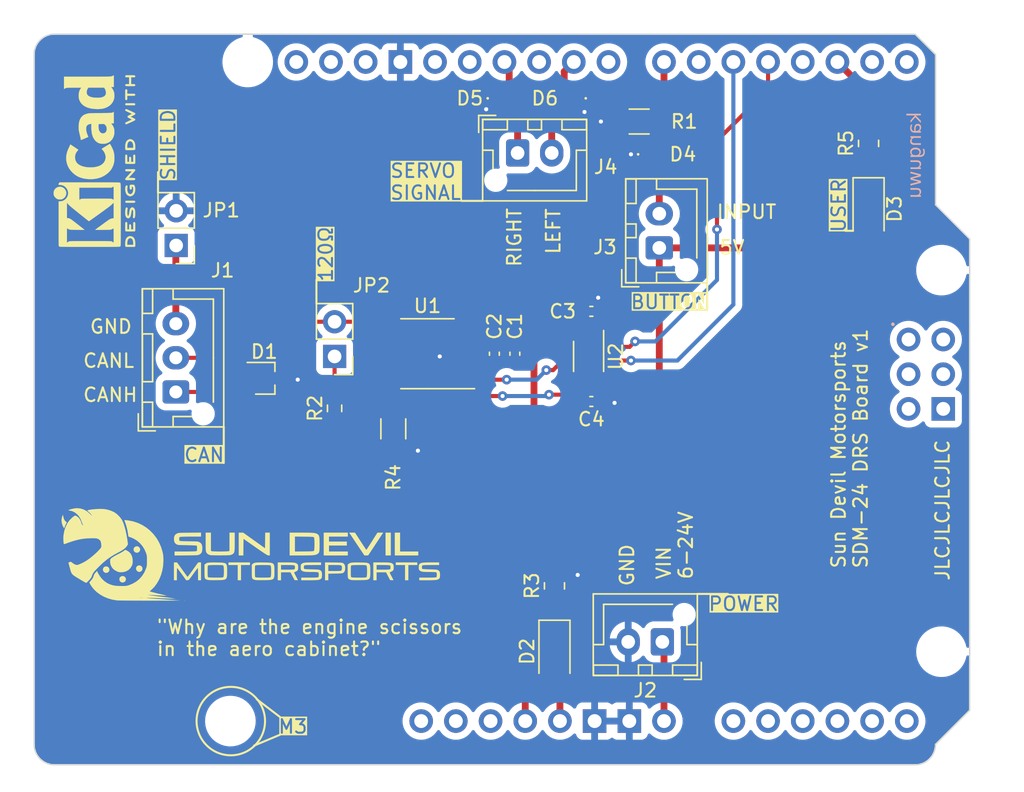
<source format=kicad_pcb>
(kicad_pcb (version 20221018) (generator pcbnew)
  (title_block (title "DRS Control Board") (date "2023-11-21") (rev "v1"))
  (layers (0 "F.Cu" signal) (31 "B.Cu" signal) (34 "B.Paste" user) (35 "F.Paste" user) (36 "B.SilkS" user "B.Silkscreen") (37 "F.SilkS" user "F.Silkscreen") (38 "B.Mask" user) (39 "F.Mask" user) (44 "Edge.Cuts" user))
  (net 0 "")
  (net 12 "/USR_LED")
  (net 14 "/CTX_5V")
  (net 15 "/CRX_5V")
  (net 17 "/BTN_INPUT")
  (net 19 "/SERVO_LEFT")
  (net 21 "/SERVO_RIGHT")
  (net 33 "VCC")
  (net 34 "GND")
  (net 35 "+3.3V")
  (net 37 "/CANL")
  (net 38 "/CANH")
  (net 39 "/CAN_Rs")
  (net 40 "+5V")
  (net 41 "/CTX_3V3")
  (net 42 "/CRX_3V3")
  (net 43 "/BUS_TERMINATION")
  (net 44 "/PWR_LED")
  (net 45 "/USR_LED_RSTR")
  (net 46 "/SHIELD")
  (footprint "Connector_JST:JST_XH_B2B-XH-AM_1x02_P2.50mm_Vertical" (layer "F.Cu") (at 160.275 85.15 90)
    (fp_text reference "J3" (at 0.05 -3.975 180) (layer "F.SilkS"))
    (fp_text value "BUTTON")
    (pad "" np_thru_hole circle (at -1.6 2 90) (size 1.2 1.2) (drill 1.2) (layers "*.Cu" "*.Mask"))
    (pad "1" thru_hole roundrect (at 0 0 90) (size 1.7 2) (drill 1) (layers "*.Cu" "*.Mask") (roundrect_rratio 0.147059) (net 40 "+5V"))
    (pad "2" thru_hole oval (at 2.5 0 90) (size 1.7 2) (drill 1) (layers "*.Cu" "*.Mask") (net 17 "/BTN_INPUT"))
  )
  (footprint "Resistor_SMD:R_1206_3216Metric" (layer "F.Cu") (at 158.8 75.9 180)
    (fp_text reference "R1" (at -3.3 0 180) (layer "F.SilkS"))
    (fp_text value "10k")
    (pad "1" smd roundrect (at -1.4625 0 180) (size 1.125 1.75) (layers "F.Cu" "F.Paste" "F.Mask") (roundrect_rratio 0.222222) (net 17 "/BTN_INPUT"))
    (pad "2" smd roundrect (at 1.4625 0 180) (size 1.125 1.75) (layers "F.Cu" "F.Paste" "F.Mask") (roundrect_rratio 0.222222) (net 34 "GND"))
  )
  (footprint "Resistor_SMD:R_0603_1608Metric" (layer "F.Cu") (at 136.5 96.9 90)
    (fp_text reference "R2" (at 0 -1.43 90) (layer "F.SilkS"))
    (fp_text value "120")
    (pad "1" smd roundrect (at -0.825 0 90) (size 0.8 0.95) (layers "F.Cu" "F.Paste" "F.Mask") (net 38 "/CANH"))
    (pad "2" smd roundrect (at 0.825 0 90) (size 0.8 0.95) (layers "F.Cu" "F.Paste" "F.Mask") (net 43 "/BUS_TERMINATION"))
  )
  (footprint "Capacitor_SMD:C_0402_1005Metric" (layer "F.Cu") (at 149.7 92.9 -90)
    (fp_text reference "C1" (at -2 0 -90) (layer "F.SilkS"))
    (fp_text value "100nF")
    (pad "1" smd roundrect (at -0.48 0 270) (size 0.56 0.62) (layers "F.Cu" "F.Paste" "F.Mask") (net 35 "+3.3V"))
    (pad "2" smd roundrect (at 0.48 0 270) (size 0.56 0.62) (layers "F.Cu" "F.Paste" "F.Mask") (net 34 "GND"))
  )
  (footprint "Capacitor_SMD:C_0402_1005Metric" (layer "F.Cu") (at 155.3 89.8)
    (fp_text reference "C3" (at -2.1 0) (layer "F.SilkS"))
    (fp_text value "100nF")
    (pad "1" smd roundrect (at -0.48 0) (size 0.56 0.62) (layers "F.Cu" "F.Paste" "F.Mask") (net 35 "+3.3V"))
    (pad "2" smd roundrect (at 0.48 0) (size 0.56 0.62) (layers "F.Cu" "F.Paste" "F.Mask") (net 34 "GND"))
  )
  (footprint "Connector_PinHeader_2.54mm:PinHeader_1x02_P2.54mm_Vertical" (layer "F.Cu") (at 136.5 93.1 180)
    (fp_text reference "JP2" (at -2.7 5.2) (layer "F.SilkS"))
    (fp_text value "CAN")
    (pad "1" thru_hole rect (at 0 0 180) (size 1.7 1.7) (drill 1) (layers "*.Cu" "*.Mask") (net 43 "/BUS_TERMINATION"))
    (pad "2" thru_hole oval (at 0 2.54 180) (size 1.7 1.7) (drill 1) (layers "*.Cu" "*.Mask") (net 37 "/CANL"))
  )
  (footprint "Capacitor_SMD:C_0402_1005Metric" (layer "F.Cu") (at 148.2 92.9 -90)
    (fp_text reference "C2" (at -2 0 -90) (layer "F.SilkS"))
    (fp_text value "100nF")
    (pad "1" smd roundrect (at -0.48 0 270) (size 0.56 0.62) (layers "F.Cu" "F.Paste" "F.Mask") (net 35 "+3.3V"))
    (pad "2" smd roundrect (at 0.48 0 270) (size 0.56 0.62) (layers "F.Cu" "F.Paste" "F.Mask") (net 34 "GND"))
  )
  (footprint "Resistor_SMD:R_0805_2012Metric" (layer "F.Cu") (at 152.6 109.9 90)
    (fp_text reference "R3" (at 0 -1.65 90) (layer "F.SilkS"))
    (fp_text value "220")
    (pad "1" smd roundrect (at -0.9125 0 90) (size 1.025 1.4) (layers "F.Cu" "F.Paste" "F.Mask") (roundrect_rratio 0.243902) (net 44 "/PWR_LED"))
    (pad "2" smd roundrect (at 0.9125 0 90) (size 1.025 1.4) (layers "F.Cu" "F.Paste" "F.Mask") (roundrect_rratio 0.243902) (net 34 "GND"))
  )
  (footprint "Resistor_SMD:R_0805_2012Metric" (layer "F.Cu") (at 175.6 77.5 90)
    (fp_text reference "R5" (at 0 -1.65 90) (layer "F.SilkS"))
    (fp_text value "220")
    (pad "1" smd roundrect (at -0.9125 0 90) (size 1.025 1.4) (layers "F.Cu" "F.Paste" "F.Mask") (roundrect_rratio 0.243902) (net 45 "/USR_LED_RSTR"))
    (pad "2" smd roundrect (at 0.9125 0 90) (size 1.025 1.4) (layers "F.Cu" "F.Paste" "F.Mask") (roundrect_rratio 0.243902) (net 12 "/USR_LED"))
  )
  (footprint "Resistor_SMD:R_1206_3216Metric" (layer "F.Cu") (at 140.8 98.4 -90)
    (fp_text reference "R4" (at 3.5625 0 90) (layer "F.SilkS"))
    (fp_text value "10k")
    (pad "1" smd roundrect (at -1.4625 0 270) (size 1.125 1.75) (layers "F.Cu" "F.Paste" "F.Mask") (roundrect_rratio 0.222222) (net 39 "/CAN_Rs"))
    (pad "2" smd roundrect (at 1.4625 0 270) (size 1.125 1.75) (layers "F.Cu" "F.Paste" "F.Mask") (roundrect_rratio 0.222222) (net 34 "GND"))
  )
  (footprint "Connector_PinHeader_2.54mm:PinHeader_1x02_P2.54mm_Vertical" (layer "F.Cu") (at 124.9 84.975 180)
    (fp_text reference "JP1" (at -3.3 2.575) (layer "F.SilkS"))
    (fp_text value "Shield")
    (pad "1" thru_hole rect (at 0 0 180) (size 1.7 1.7) (drill 1) (layers "*.Cu" "*.Mask") (net 46 "/SHIELD"))
    (pad "2" thru_hole oval (at 0 2.54 180) (size 1.7 1.7) (drill 1) (layers "*.Cu" "*.Mask") (net 34 "GND"))
  )
  (footprint "Capacitor_SMD:C_0402_1005Metric" (layer "F.Cu") (at 155.3 96.4)
    (fp_text reference "C4" (at 0 1.3) (layer "F.SilkS"))
    (fp_text value "100nF")
    (pad "1" smd roundrect (at -0.48 0) (size 0.56 0.62) (layers "F.Cu" "F.Paste" "F.Mask") (net 40 "+5V"))
    (pad "2" smd roundrect (at 0.48 0) (size 0.56 0.62) (layers "F.Cu" "F.Paste" "F.Mask") (net 34 "GND"))
  )
  (footprint "LED_SMD:LED_1206_3216Metric" (layer "F.Cu") (at 175.6 82.3 -90)
    (fp_text reference "D3" (at 0 -1.9 90) (layer "F.SilkS"))
    (fp_text value "RED")
    (pad "1" smd roundrect (at -1.4 0 270) (size 1.25 1.75) (layers "F.Cu" "F.Paste" "F.Mask") (roundrect_rratio 0.2) (net 45 "/USR_LED_RSTR"))
    (pad "2" smd roundrect (at 1.4 0 270) (size 1.25 1.75) (layers "F.Cu" "F.Paste" "F.Mask") (roundrect_rratio 0.2) (net 40 "+5V"))
  )
  (footprint "Connector_JST:JST_XH_B2B-XH-AM_1x02_P2.50mm_Vertical" (layer "F.Cu") (at 149.9 78.2)
    (fp_text reference "J4" (at 6.45 1.025) (layer "F.SilkS"))
    (fp_text value "SERVO")
    (pad "" np_thru_hole circle (at -1.6 2) (size 1.2 1.2) (drill 1.2) (layers "*.Cu" "*.Mask"))
    (pad "1" thru_hole roundrect (at 0 0) (size 1.7 2) (drill 1) (layers "*.Cu" "*.Mask") (roundrect_rratio 0.147059) (net 21 "/SERVO_RIGHT"))
    (pad "2" thru_hole oval (at 2.5 0) (size 1.7 2) (drill 1) (layers "*.Cu" "*.Mask") (net 19 "/SERVO_LEFT"))
  )
  (footprint "Diode_SMD:D_0402_1005Metric" (layer "F.Cu") (at 153.8 74.2 180)
    (fp_text reference "D6" (at 1.9 0) (layer "F.SilkS"))
    (fp_text value "GG040205170N2P")
    (pad "1" smd roundrect (at -0.485 0 180) (size 0.59 0.64) (layers "F.Cu" "F.Paste" "F.Mask") (net 34 "GND"))
    (pad "2" smd roundrect (at 0.485 0 180) (size 0.59 0.64) (layers "F.Cu" "F.Paste" "F.Mask") (net 19 "/SERVO_LEFT"))
  )
  (footprint "PCM_arduino-library:Arduino_Uno_R4_Minima_Shield" (layer "F.Cu") (at 114.9 122.34)
    (fp_text reference "A1" hide)
    (fp_text value "Arduino_Uno_R4_Minima_Shield")
    (fp_text user "." (at 62.484 -32.004) (layer "B.SilkS"))
    (fp_text user "." (at 62.484 -32.004) (layer "F.SilkS"))
    (pad "" np_thru_hole circle (at 13.97 -2.54) (size 3.2 3.2) (drill 3.2) (layers "*.Cu" "*.Mask"))
    (pad "" np_thru_hole circle (at 15.24 -50.8) (size 3.2 3.2) (drill 3.2) (layers "*.Cu" "*.Mask"))
    (pad "" np_thru_hole circle (at 66.04 -35.56) (size 3.2 3.2) (drill 3.2) (layers "*.Cu" "*.Mask"))
    (pad "" np_thru_hole circle (at 66.04 -7.62) (size 3.2 3.2) (drill 3.2) (layers "*.Cu" "*.Mask"))
    (pad "3V3" thru_hole oval (at 35.56 -2.54) (size 1.7272 1.7272) (drill 1.016) (layers "*.Cu" "*.Mask") (net 35 "+3.3V"))
    (pad "5V1" thru_hole oval (at 38.1 -2.54) (size 1.7272 1.7272) (drill 1.016) (layers "*.Cu" "*.Mask") (net 40 "+5V"))
    (pad "5V2" thru_hole oval (at 66.167 -30.48) (size 1.7272 1.7272) (drill 1.016) (layers "*.Cu" "*.Mask"))
    (pad "A0" thru_hole oval (at 50.8 -2.54) (size 1.7272 1.7272) (drill 1.016) (layers "*.Cu" "*.Mask"))
    (pad "A1" thru_hole oval (at 53.34 -2.54) (size 1.7272 1.7272) (drill 1.016) (layers "*.Cu" "*.Mask"))
    (pad "A2" thru_hole oval (at 55.88 -2.54) (size 1.7272 1.7272) (drill 1.016) (layers "*.Cu" "*.Mask"))
    (pad "A3" thru_hole oval (at 58.42 -2.54) (size 1.7272 1.7272) (drill 1.016) (layers "*.Cu" "*.Mask"))
    (pad "A4" thru_hole oval (at 60.96 -2.54) (size 1.7272 1.7272) (drill 1.016) (layers "*.Cu" "*.Mask"))
    (pad "A5" thru_hole oval (at 63.5 -2.54) (size 1.7272 1.7272) (drill 1.016) (layers "*.Cu" "*.Mask"))
    (pad "AREF" thru_hole oval (at 23.876 -50.8) (size 1.7272 1.7272) (drill 1.016) (layers "*.Cu" "*.Mask"))
    (pad "BOOT" thru_hole oval (at 27.94 -2.54) (size 1.7272 1.7272) (drill 1.016) (layers "*.Cu" "*.Mask"))
    (pad "D0" thru_hole oval (at 63.5 -50.8) (size 1.7272 1.7272) (drill 1.016) (layers "*.Cu" "*.Mask"))
    (pad "D1" thru_hole oval (at 60.96 -50.8) (size 1.7272 1.7272) (drill 1.016) (layers "*.Cu" "*.Mask"))
    (pad "D2" thru_hole oval (at 58.42 -50.8) (size 1.7272 1.7272) (drill 1.016) (layers "*.Cu" "*.Mask") (net 12 "/USR_LED"))
    (pad "D3" thru_hole oval (at 55.88 -50.8) (size 1.7272 1.7272) (drill 1.016) (layers "*.Cu" "*.Mask"))
    (pad "D4" thru_hole oval (at 53.34 -50.8) (size 1.7272 1.7272) (drill 1.016) (layers "*.Cu" "*.Mask") (net 14 "/CTX_5V"))
    (pad "D5" thru_hole oval (at 50.8 -50.8) (size 1.7272 1.7272) (drill 1.016) (layers "*.Cu" "*.Mask") (net 15 "/CRX_5V"))
    (pad "D6" thru_hole oval (at 48.26 -50.8) (size 1.7272 1.7272) (drill 1.016) (layers "*.Cu" "*.Mask"))
    (pad "D7" thru_hole oval (at 45.72 -50.8) (size 1.7272 1.7272) (drill 1.016) (layers "*.Cu" "*.Mask") (net 17 "/BTN_INPUT"))
    (pad "D8" thru_hole oval (at 41.656 -50.8) (size 1.7272 1.7272) (drill 1.016) (layers "*.Cu" "*.Mask"))
    (pad "D9" thru_hole oval (at 39.116 -50.8) (size 1.7272 1.7272) (drill 1.016) (layers "*.Cu" "*.Mask") (net 19 "/SERVO_LEFT"))
    (pad "D10" thru_hole oval (at 36.576 -50.8) (size 1.7272 1.7272) (drill 1.016) (layers "*.Cu" "*.Mask"))
    (pad "D11" thru_hole oval (at 34.036 -50.8) (size 1.7272 1.7272) (drill 1.016) (layers "*.Cu" "*.Mask") (net 21 "/SERVO_RIGHT"))
    (pad "D12" thru_hole oval (at 31.496 -50.8) (size 1.7272 1.7272) (drill 1.016) (layers "*.Cu" "*.Mask"))
    (pad "D13" thru_hole oval (at 28.956 -50.8) (size 1.7272 1.7272) (drill 1.016) (layers "*.Cu" "*.Mask"))
    (pad "GND1" thru_hole rect (at 26.416 -50.8) (size 1.7272 1.7272) (drill 1.016) (layers "*.Cu" "*.Mask") (net 34 "GND"))
    (pad "GND2" thru_hole rect (at 40.64 -2.54) (size 1.7272 1.7272) (drill 1.016) (layers "*.Cu" "*.Mask") (net 34 "GND"))
    (pad "GND3" thru_hole rect (at 43.18 -2.54) (size 1.7272 1.7272) (drill 1.016) (layers "*.Cu" "*.Mask") (net 34 "GND"))
    (pad "GND4" thru_hole rect (at 66.167 -25.4) (size 1.7272 1.7272) (drill 1.016) (layers "*.Cu" "*.Mask"))
    (pad "IORF" thru_hole oval (at 30.48 -2.54) (size 1.7272 1.7272) (drill 1.016) (layers "*.Cu" "*.Mask"))
    (pad "MISO" thru_hole oval (at 63.627 -30.48) (size 1.7272 1.7272) (drill 1.016) (layers "*.Cu" "*.Mask"))
    (pad "MOSI" thru_hole oval (at 66.167 -27.94) (size 1.7272 1.7272) (drill 1.016) (layers "*.Cu" "*.Mask"))
    (pad "RST1" thru_hole oval (at 33.02 -2.54) (size 1.7272 1.7272) (drill 1.016) (layers "*.Cu" "*.Mask"))
    (pad "RST2" thru_hole oval (at 63.627 -25.4) (size 1.7272 1.7272) (drill 1.016) (layers "*.Cu" "*.Mask"))
    (pad "SCK" thru_hole oval (at 63.627 -27.94) (size 1.7272 1.7272) (drill 1.016) (layers "*.Cu" "*.Mask"))
    (pad "SCL" thru_hole oval (at 18.796 -50.8) (size 1.7272 1.7272) (drill 1.016) (layers "*.Cu" "*.Mask"))
    (pad "SDA" thru_hole oval (at 21.336 -50.8) (size 1.7272 1.7272) (drill 1.016) (layers "*.Cu" "*.Mask"))
    (pad "VIN" thru_hole oval (at 45.72 -2.54) (size 1.7272 1.7272) (drill 1.016) (layers "*.Cu" "*.Mask") (net 33 "VCC"))
  )
  (footprint "Connector_JST:JST_XH_B3B-XH-AM_1x03_P2.50mm_Vertical" (layer "F.Cu") (at 124.875 95.7 90)
    (fp_text reference "J1" (at 8.9 3.425) (layer "F.SilkS"))
    (fp_text value "CAN")
    (pad "" np_thru_hole circle (at -1.6 2 90) (size 1.2 1.2) (drill 1.2) (layers "*.Cu" "*.Mask"))
    (pad "1" thru_hole roundrect (at 0 0 90) (size 1.7 1.95) (drill 0.95) (layers "*.Cu" "*.Mask") (roundrect_rratio 0.147059) (net 38 "/CANH"))
    (pad "2" thru_hole oval (at 2.5 0 90) (size 1.7 1.95) (drill 0.95) (layers "*.Cu" "*.Mask") (net 37 "/CANL"))
    (pad "3" thru_hole oval (at 5 0 90) (size 1.7 1.95) (drill 0.95) (layers "*.Cu" "*.Mask") (net 46 "/SHIELD"))
  )
  (footprint "Diode_SMD:D_0402_1005Metric" (layer "F.Cu") (at 148.8 74.2)
    (fp_text reference "D5" (at -2.4 0) (layer "F.SilkS"))
    (fp_text value "GG040205170N2P")
    (pad "1" smd roundrect (at -0.485 0) (size 0.59 0.64) (layers "F.Cu" "F.Paste" "F.Mask") (net 34 "GND"))
    (pad "2" smd roundrect (at 0.485 0) (size 0.59 0.64) (layers "F.Cu" "F.Paste" "F.Mask") (net 21 "/SERVO_RIGHT"))
  )
  (footprint "LOGO" (layer "F.Cu") (at 130.4 107.6)
    (fp_text reference "G***" hide)
    (fp_text value "LOGO" hide)
  )
  (footprint "Symbol:KiCad-Logo2_5mm_SilkScreen" (layer "F.Cu") (at 118.9 78.8 90)
    (fp_text reference "REF**" hide)
    (fp_text value "KiCad-Logo2_5mm_SilkScreen" hide)
  )
  (footprint "Package_SO:VSSOP-8_2.3x2mm_P0.5mm" (layer "F.Cu") (at 155.1 93.1 -90)
    (fp_text reference "U2" (at 0 -2 90) (layer "F.SilkS"))
    (fp_text value "TXU0202")
    (pad "1" smd rect (at -1.55 -0.75 180) (size 0.3 0.8) (layers "F.Cu" "F.Paste" "F.Mask") (net 14 "/CTX_5V"))
    (pad "2" smd rect (at -1.55 -0.25 180) (size 0.3 0.8) (layers "F.Cu" "F.Paste" "F.Mask") (net 34 "GND"))
    (pad "3" smd rect (at -1.55 0.25 180) (size 0.3 0.8) (layers "F.Cu" "F.Paste" "F.Mask") (net 35 "+3.3V"))
    (pad "4" smd rect (at -1.55 0.75 180) (size 0.3 0.8) (layers "F.Cu" "F.Paste" "F.Mask") (net 41 "/CTX_3V3"))
    (pad "5" smd rect (at 1.55 0.75 180) (size 0.3 0.8) (layers "F.Cu" "F.Paste" "F.Mask") (net 42 "/CRX_3V3"))
    (pad "6" smd rect (at 1.55 0.25 180) (size 0.3 0.8) (layers "F.Cu" "F.Paste" "F.Mask") (net 40 "+5V"))
    (pad "7" smd rect (at 1.55 -0.25 180) (size 0.3 0.8) (layers "F.Cu" "F.Paste" "F.Mask") (net 40 "+5V"))
    (pad "8" smd rect (at 1.55 -0.75 180) (size 0.3 0.8) (layers "F.Cu" "F.Paste" "F.Mask") (net 15 "/CRX_5V"))
  )
  (footprint "Diode_SMD:D_0402_1005Metric" (layer "F.Cu") (at 159.815 78.3)
    (fp_text reference "D4" (at 2.185 0) (layer "F.SilkS"))
    (fp_text value "GG040205170N2P")
    (pad "1" smd roundrect (at -0.485 0) (size 0.59 0.64) (layers "F.Cu" "F.Paste" "F.Mask") (net 34 "GND"))
    (pad "2" smd roundrect (at 0.485 0) (size 0.59 0.64) (layers "F.Cu" "F.Paste" "F.Mask") (net 17 "/BTN_INPUT"))
  )
  (footprint "Package_TO_SOT_SMD:SOT-323_SC-70" (layer "F.Cu") (at 131.4 94.7)
    (fp_text reference "D1" (at -0.05 -1.95) (layer "F.SilkS"))
    (fp_text value "ESDCAN")
    (pad "1" smd rect (at -1 -0.65 270) (size 0.45 0.7) (layers "F.Cu" "F.Paste" "F.Mask") (net 37 "/CANL"))
    (pad "2" smd rect (at -1 0.65 270) (size 0.45 0.7) (layers "F.Cu" "F.Paste" "F.Mask") (net 38 "/CANH"))
    (pad "3" smd rect (at 1 0 270) (size 0.45 0.7) (layers "F.Cu" "F.Paste" "F.Mask") (net 34 "GND"))
  )
  (footprint "Connector_JST:JST_XH_B2B-XH-AM_1x02_P2.50mm_Vertical" (layer "F.Cu") (at 160.5 114 180)
    (fp_text reference "J2" (at 1.25 -3.55) (layer "F.SilkS"))
    (fp_text value "POWER")
    (pad "" np_thru_hole circle (at -1.6 2 180) (size 1.2 1.2) (drill 1.2) (layers "*.Cu" "*.Mask"))
    (pad "1" thru_hole roundrect (at 0 0 180) (size 1.7 2) (drill 1) (layers "*.Cu" "*.Mask") (roundrect_rratio 0.147059) (net 33 "VCC"))
    (pad "2" thru_hole oval (at 2.5 0 180) (size 1.7 2) (drill 1) (layers "*.Cu" "*.Mask") (net 34 "GND"))
  )
  (footprint "LED_SMD:LED_1206_3216Metric" (layer "F.Cu") (at 152.6 114.7 -90)
    (fp_text reference "D2" (at 0 2 90) (layer "F.SilkS"))
    (fp_text value "GREEN")
    (pad "1" smd roundrect (at -1.4 0 270) (size 1.25 1.75) (layers "F.Cu" "F.Paste" "F.Mask") (roundrect_rratio 0.2) (net 44 "/PWR_LED"))
    (pad "2" smd roundrect (at 1.4 0 270) (size 1.25 1.75) (layers "F.Cu" "F.Paste" "F.Mask") (roundrect_rratio 0.2) (net 40 "+5V"))
  )
  (footprint "Package_SO:SOIC-8_3.9x4.9mm_P1.27mm" (layer "F.Cu") (at 143.3 92.9 180)
    (fp_text reference "U1" (at 0 3.5) (layer "F.SilkS"))
    (fp_text value "SN65HVD230")
    (pad "1" smd roundrect (at -2.475 -1.905 180) (size 1.95 0.6) (layers "F.Cu" "F.Paste" "F.Mask") (net 41 "/CTX_3V3"))
    (pad "2" smd roundrect (at -2.475 -0.635 180) (size 1.95 0.6) (layers "F.Cu" "F.Paste" "F.Mask") (net 34 "GND"))
    (pad "3" smd roundrect (at -2.475 0.635 180) (size 1.95 0.6) (layers "F.Cu" "F.Paste" "F.Mask") (net 35 "+3.3V"))
    (pad "4" smd roundrect (at -2.475 1.905 180) (size 1.95 0.6) (layers "F.Cu" "F.Paste" "F.Mask") (net 42 "/CRX_3V3"))
    (pad "5" smd roundrect (at 2.475 1.905 180) (size 1.95 0.6) (layers "F.Cu" "F.Paste" "F.Mask"))
    (pad "6" smd roundrect (at 2.475 0.635 180) (size 1.95 0.6) (layers "F.Cu" "F.Paste" "F.Mask") (net 37 "/CANL"))
    (pad "7" smd roundrect (at 2.475 -0.635 180) (size 1.95 0.6) (layers "F.Cu" "F.Paste" "F.Mask") (net 38 "/CANH"))
    (pad "8" smd roundrect (at 2.475 -1.905 180) (size 1.95 0.6) (layers "F.Cu" "F.Paste" "F.Mask") (net 39 "/CAN_Rs"))
  )
  (gr_line (start 123.57 81.105) (end 123.57 79.6) (stroke (width 0.15)) (layer "F.SilkS"))
  (gr_line (start 174.465 83.9) (end 173.9 83.9) (stroke (width 0.15)) (layer "F.SilkS"))
  (gr_line (start 163.06 110.49) (end 165.3 110.49) (stroke (width 0.15)) (layer "F.SilkS"))
  (gr_line (start 128.385 98.26) (end 128.385 100.9) (stroke (width 0.15)) (layer "F.SilkS"))
  (gr_line (start 130.8 118.2) (end 132.5 119.5) (stroke (width 0.15)) (layer "F.SilkS"))
  (gr_line (start 163.785 87.71) (end 163.785 89.7) (stroke (width 0.15)) (layer "F.SilkS"))
  (gr_line (start 132.5 120.8) (end 130.6 121.6) (stroke (width 0.15)) (layer "F.SilkS"))
  (gr_line (start 135.17 89.23) (end 135.17 87.5) (stroke (width 0.15)) (layer "F.SilkS"))
  (gr_line (start 145.8 81.71) (end 147.34 81.71) (stroke (width 0.15)) (layer "F.SilkS"))
  (gr_circle (center 128.9 119.8) (end 131.1 118.6) (stroke (width 0.15)) (fill none) (layer "F.SilkS"))
  (gr_line (start 183 84.5) (end 183 90.5) (stroke (width 0.1)) (layer "Edge.Cuts"))
  (gr_line (start 180.5 71) (end 180.5 82) (stroke (width 0.1)) (layer "Edge.Cuts"))
  (gr_arc (start 180.5 121.5) (mid 180.06066 122.56066) (end 179 123) (stroke (width 0.1)) (layer "Edge.Cuts"))
  (gr_line (start 183 119) (end 180.5 121.5) (stroke (width 0.1)) (layer "Edge.Cuts"))
  (gr_line (start 179 69.5) (end 180.5 71) (stroke (width 0.1)) (layer "Edge.Cuts"))
  (gr_line (start 116 69.5) (end 179 69.5) (stroke (width 0.1)) (layer "Edge.Cuts"))
  (gr_arc (start 114.5 71) (mid 114.93934 69.93934) (end 116 69.5) (stroke (width 0.1)) (layer "Edge.Cuts"))
  (gr_line (start 180.5 82) (end 183 84.5) (stroke (width 0.1)) (layer "Edge.Cuts"))
  (gr_line (start 114.5 71) (end 114.5 121.5) (stroke (width 0.1)) (layer "Edge.Cuts"))
  (gr_line (start 179 123) (end 116 123) (stroke (width 0.1)) (layer "Edge.Cuts"))
  (gr_arc (start 116 123) (mid 114.93934 122.56066) (end 114.5 121.5) (stroke (width 0.1)) (layer "Edge.Cuts"))
  (gr_line (start 183 90.5) (end 183 119) (stroke (width 0.1)) (layer "Edge.Cuts"))
  (gr_text "kanguwu" (at 179.6 75.2 90) (layer "B.SilkS") (effects (font (size 1 1)) (justify left bottom mirror)))
  (gr_text "SERVO\nSIGNAL" (at 140.5 81.7) (layer "F.SilkS" knockout) (effects (font (size 1 1)) (justify left bottom)))
  (gr_text "Sun Devil Motorsports\nSDM-24 DRS Board v1" (at 175.6 108.7 90) (layer "F.SilkS") (effects (font (size 1 1)) (justify left bottom)))
  (gr_text "BUTTON" (at 158.1 89.7) (layer "F.SilkS" knockout) (effects (font (size 1 1)) (justify left bottom)))
  (gr_text "LEFT" (at 153.1 85.7 90) (layer "F.SilkS") (effects (font (size 1 1)) (justify left bottom)))
  (gr_text "JLCJLCJLCJLC" (at 181.6 109.6 90) (layer "F.SilkS") (effects (font (size 1 1)) (justify left bottom)))
  (gr_text "M3" (at 132.3 120.2) (layer "F.SilkS" knockout) (effects (font (size 1 1)) (justify left)))
  (gr_text "CANH\n" (at 118 96.5) (layer "F.SilkS") (effects (font (size 1 1)) (justify left bottom)))
  (gr_text "SHIELD" (at 124.9 80.3 90) (layer "F.SilkS" knockout) (effects (font (size 1 1)) (justify left bottom)))
  (gr_text "{dblquote}Why are the engine scissors\nin the aero cabinet?{dblquote}" (at 123.4 115.1) (layer "F.SilkS") (effects (font (size 1 1)) (justify left bottom)))
  (gr_text "POWER" (at 163.8 111.8) (layer "F.SilkS" knockout) (effects (font (size 1 1)) (justify left bottom)))
  (gr_text "GND\n" (at 158.5 110 90) (layer "F.SilkS") (effects (font (size 1 1)) (justify left bottom)))
  (gr_text "INPUT" (at 164.4 83.1) (layer "F.SilkS") (effects (font (size 1 1)) (justify left bottom)))
  (gr_text "VIN\n6-24V" (at 162.8 109.5 90) (layer "F.SilkS") (effects (font (size 1 1)) (justify left bottom)))
  (gr_text "CAN" (at 125.4 100.9) (layer "F.SilkS" knockout) (effects (font (size 1 1)) (justify left bottom)))
  (gr_text "RIGHT" (at 150.25 86.625 90) (layer "F.SilkS") (effects (font (size 1 1)) (justify left bottom)))
  (gr_text "CANL" (at 118 94) (layer "F.SilkS") (effects (font (size 1 1)) (justify left bottom)))
  (gr_text "GND" (at 118.5 91.5) (layer "F.SilkS") (effects (font (size 1 1)) (justify left bottom)))
  (gr_text "120Ω" (at 136.44 87.7 90) (layer "F.SilkS" knockout) (effects (font (size 1 1)) (justify left bottom)))
  (gr_text "5V\n" (at 164.6 85.7) (layer "F.SilkS") (effects (font (size 1 1)) (justify left bottom)))
  (gr_text "USER" (at 174 84.1 90) (layer "F.SilkS" knockout) (effects (font (size 1 1)) (justify left bottom)))
  (segment (start 175.6 73.82) (end 175.6 76.5875) (width 0.5) (layer "F.Cu") (net 12))
  (segment (start 173.32 71.54) (end 175.6 73.82) (width 0.5) (layer "F.Cu") (net 12))
  (segment (start 164.5 83.8) (end 164.5 77.3) (width 0.3) (layer "F.Cu") (net 14))
  (segment (start 158.1 92.4) (end 158.5 92) (width 0.3) (layer "F.Cu") (net 14))
  (segment (start 155.85 91.55) (end 155.85 92.05) (width 0.3) (layer "F.Cu") (net 14))
  (segment (start 155.85 92.05) (end 156.2 92.4) (width 0.3) (layer "F.Cu") (net 14))
  (segment (start 168.24 73.56) (end 168.24 71.54) (width 0.3) (layer "F.Cu") (net 14))
  (segment (start 156.2 92.4) (end 158.1 92.4) (width 0.3) (layer "F.Cu") (net 14))
  (segment (start 164.5 77.3) (end 168.24 73.56) (width 0.3) (layer "F.Cu") (net 14))
  (via (at 158.5 92) (size 0.7) (drill 0.3) (layers "F.Cu" "B.Cu") (net 14))
  (via (at 164.5 83.8) (size 0.7) (drill 0.3) (layers "F.Cu" "B.Cu") (net 14))
  (segment (start 158.5 92) (end 160 92) (width 0.3) (layer "B.Cu") (net 14))
  (segment (start 163.5 88.5) (end 164.5 87.5) (width 0.3) (layer "B.Cu") (net 14))
  (segment (start 164.5 87.5) (end 164.5 83.8) (width 0.3) (layer "B.Cu") (net 14))
  (segment (start 160 92) (end 163.5 88.5) (width 0.3) (layer "B.Cu") (net 14))
  (segment (start 156.3 93.6) (end 156.5 93.4) (width 0.3) (layer "F.Cu") (net 15))
  (segment (start 155.85 94.65) (end 155.85 94.05) (width 0.3) (layer "F.Cu") (net 15))
  (segment (start 155.85 94.05) (end 156.3 93.6) (width 0.3) (layer "F.Cu") (net 15))
  (segment (start 156.5 93.4) (end 158.2 93.4) (width 0.3) (layer "F.Cu") (net 15))
  (via (at 158.2 93.4) (size 0.7) (drill 0.3) (layers "F.Cu" "B.Cu") (net 15))
  (segment (start 158.2 93.4) (end 161.6 93.4) (width 0.3) (layer "B.Cu") (net 15))
  (segment (start 165.7 89.3) (end 165.7 71.54) (width 0.3) (layer "B.Cu") (net 15))
  (segment (start 161.6 93.4) (end 165.7 89.3) (width 0.3) (layer "B.Cu") (net 15))
  (segment (start 160.3125 75.7) (end 160.3125 73.4875) (width 0.5) (layer "F.Cu") (net 17))
  (segment (start 160.275 78.2375) (end 160.3125 78.2) (width 0.5) (layer "F.Cu") (net 17))
  (segment (start 160.3125 73.4875) (end 160.62 73.18) (width 0.5) (layer "F.Cu") (net 17))
  (segment (start 160.275 82.65) (end 160.275 78.2375) (width 0.5) (layer "F.Cu") (net 17))
  (segment (start 160.3125 78.2) (end 160.3125 75.7) (width 0.5) (layer "F.Cu") (net 17))
  (segment (start 160.62 73.18) (end 160.62 71.54) (width 0.5) (layer "F.Cu") (net 17))
  (segment (start 153.315 75.085) (end 153.315 74.2) (width 0.5) (layer "F.Cu") (net 19))
  (segment (start 153.315 74.2) (end 153.315 72.241) (width 0.5) (layer "F.Cu") (net 19))
  (segment (start 152.4 76) (end 153.315 75.085) (width 0.5) (layer "F.Cu") (net 19))
  (segment (start 152.4 78.2) (end 152.4 76) (width 0.5) (layer "F.Cu") (net 19))
  (segment (start 153.315 72.241) (end 154.016 71.54) (width 0.5) (layer "F.Cu") (net 19))
  (segment (start 149.285 74.2) (end 149.285 71.889) (width 0.5) (layer "F.Cu") (net 21))
  (segment (start 149.9 75.9) (end 149.285 75.285) (width 0.5) (layer "F.Cu") (net 21))
  (segment (start 149.9 78.2) (end 149.9 75.9) (width 0.5) (layer "F.Cu") (net 21))
  (segment (start 149.285 75.285) (end 149.285 74.2) (width 0.5) (layer "F.Cu") (net 21))
  (segment (start 149.285 71.889) (end 148.936 71.54) (width 0.5) (layer "F.Cu") (net 21))
  (segment (start 160.62 114.12) (end 160.5 114) (width 0.5) (layer "F.Cu") (net 33))
  (segment (start 160.62 119.8) (end 160.62 114.12) (width 0.5) (layer "F.Cu") (net 33))
  (segment (start 159.33 78.3) (end 158.2 78.3) (width 0.5) (layer "F.Cu") (net 34))
  (segment (start 145.775 93.535) (end 144.635 93.535) (width 0.5) (layer "F.Cu") (net 34))
  (segment (start 156.9 96.4) (end 157 96.5) (width 0.5) (layer "F.Cu") (net 34))
  (segment (start 155.35 91.005024) (end 155.78 90.575024) (width 0.3) (layer "F.Cu") (net 34))
  (segment (start 148.2 93.38) (end 147.62 93.38) (width 0.5) (layer "F.Cu") (net 34))
  (segment (start 154.1875 108.9875) (end 154.3 109.1) (width 0.5) (layer "F.Cu") (net 34))
  (segment (start 133.7 94.7) (end 133.8 94.8) (width 0.5) (layer "F.Cu") (net 34))
  (segment (start 155.78 88.82) (end 155.8 88.8) (width 0.3) (layer "F.Cu") (net 34))
  (segment (start 148.315 74.285) (end 147.6 75) (width 0.5) (layer "F.Cu") (net 34))
  (segment (start 154.285 74.685) (end 154.8 75.2) (width 0.5) (layer "F.Cu") (net 34))
  (segment (start 147.62 93.38) (end 147.465 93.535) (width 0.5) (layer "F.Cu") (net 34))
  (segment (start 132.4 94.7) (end 133.7 94.7) (width 0.5) (layer "F.Cu") (net 34))
  (segment (start 152.6 108.9875) (end 154.1875 108.9875) (width 0.5) (layer "F.Cu") (net 34))
  (segment (start 157.3375 75.9) (end 156 75.9) (width 0.5) (layer "F.Cu") (net 34))
  (segment (start 155.78 96.4) (end 156.9 96.4) (width 0.5) (layer "F.Cu") (net 34))
  (segment (start 148.315 74.2) (end 148.315 74.285) (width 0.5) (layer "F.Cu") (net 34))
  (segment (start 155.78 90.575024) (end 155.78 89.8) (width 0.3) (layer "F.Cu") (net 34))
  (segment (start 149.7 93.38) (end 148.2 93.38) (width 0.5) (layer "F.Cu") (net 34))
  (segment (start 154.285 74.2) (end 154.285 74.685) (width 0.5) (layer "F.Cu") (net 34))
  (segment (start 140.8 99.8625) (end 142.4625 99.8625) (width 0.5) (layer "F.Cu") (net 34))
  (segment (start 155.35 91.55) (end 155.35 91.005024) (width 0.3) (layer "F.Cu") (net 34))
  (segment (start 142.4625 99.8625) (end 142.6 100) (width 0.5) (layer "F.Cu") (net 34))
  (segment (start 147.465 93.535) (end 145.775 93.535) (width 0.5) (layer "F.Cu") (net 34))
  (segment (start 155.78 89.8) (end 155.78 88.82) (width 0.3) (layer "F.Cu") (net 34))
  (segment (start 144.635 93.535) (end 144.2 93.1) (width 0.5) (layer "F.Cu") (net 34))
  (via (at 157 96.5) (size 0.7) (drill 0.3) (layers "F.Cu" "B.Cu") (net 34))
  (via (at 154.8 75.2) (size 0.7) (drill 0.3) (layers "F.Cu" "B.Cu") (net 34))
  (via (at 154.3 109.1) (size 0.7) (drill 0.3) (layers "F.Cu" "B.Cu") (net 34))
  (via (at 155.8 88.8) (size 0.7) (drill 0.3) (layers "F.Cu" "B.Cu") (net 34))
  (via (at 133.8 94.8) (size 0.7) (drill 0.3) (layers "F.Cu" "B.Cu") (net 34))
  (via (at 142.6 100) (size 0.7) (drill 0.3) (layers "F.Cu" "B.Cu") (net 34))
  (via (at 144.2 93.1) (size 0.7) (drill 0.3) (layers "F.Cu" "B.Cu") (net 34))
  (via (at 158.2 78.3) (size 0.7) (drill 0.3) (layers "F.Cu" "B.Cu") (net 34))
  (via (at 156 75.9) (size 0.7) (drill 0.3) (layers "F.Cu" "B.Cu") (net 34))
  (via (at 147.6 75) (size 0.7) (drill 0.3) (layers "F.Cu" "B.Cu") (net 34))
  (segment (start 154.85 89.83) (end 154.82 89.8) (width 0.3) (layer "F.Cu") (net 35))
  (segment (start 147.565 92.265) (end 145.775 92.265) (width 0.5) (layer "F.Cu") (net 35))
  (segment (start 148.2 92.42) (end 149.7 92.42) (width 0.5) (layer "F.Cu") (net 35))
  (segment (start 154.82 89.8) (end 152.2 89.8) (width 0.5) (layer "F.Cu") (net 35))
  (segment (start 149.7 92.42) (end 151.08 92.42) (width 0.5) (layer "F.Cu") (net 35))
  (segment (start 151.1 99.8) (end 151.1 92.4) (width 0.5) (layer "F.Cu") (net 35))
  (segment (start 150.46 119.8) (end 150.46 100.44) (width 0.5) (layer "F.Cu") (net 35))
  (segment (start 151.7 90.3) (end 151.1 90.9) (width 0.5) (layer "F.Cu") (net 35))
  (segment (start 151.1 90.9) (end 151.1 92.4) (width 0.5) (layer "F.Cu") (net 35))
  (segment (start 151.08 92.42) (end 151.1 92.4) (width 0.5) (layer "F.Cu") (net 35))
  (segment (start 147.72 92.42) (end 147.565 92.265) (width 0.5) (layer "F.Cu") (net 35))
  (segment (start 148.2 92.42) (end 147.72 92.42) (width 0.5) (layer "F.Cu") (net 35))
  (segment (start 152.2 89.8) (end 151.7 90.3) (width 0.5) (layer "F.Cu") (net 35))
  (segment (start 150.46 100.44) (end 151.1 99.8) (width 0.5) (layer "F.Cu") (net 35))
  (segment (start 154.85 91.55) (end 154.85 89.83) (width 0.3) (layer "F.Cu") (net 35))
  (segment (start 137.86 90.56) (end 136.5 90.56) (width 0.3) (layer "F.Cu") (net 37))
  (segment (start 128.4 93.2) (end 124.875 93.2) (width 0.3) (layer "F.Cu") (net 37))
  (segment (start 139.565 92.265) (end 137.86 90.56) (width 0.3) (layer "F.Cu") (net 37))
  (segment (start 130.4 94.05) (end 131.35 94.05) (width 0.3) (layer "F.Cu") (net 37))
  (segment (start 130.4 94.05) (end 129.25 94.05) (width 0.3) (layer "F.Cu") (net 37))
  (segment (start 134.84 90.56) (end 136.5 90.56) (width 0.3) (layer "F.Cu") (net 37))
  (segment (start 129.25 94.05) (end 128.4 93.2) (width 0.3) (layer "F.Cu") (net 37))
  (segment (start 140.825 92.265) (end 139.565 92.265) (width 0.3) (layer "F.Cu") (net 37))
  (segment (start 131.35 94.05) (end 134.84 90.56) (width 0.3) (layer "F.Cu") (net 37))
  (segment (start 124.875 95.7) (end 128.8 95.7) (width 0.3) (layer "F.Cu") (net 38))
  (segment (start 138.5 94.6) (end 139.565 93.535) (width 0.3) (layer "F.Cu") (net 38))
  (segment (start 138.5 96.5) (end 138.5 94.6) (width 0.3) (layer "F.Cu") (net 38))
  (segment (start 129.15 95.35) (end 130.4 95.35) (width 0.3) (layer "F.Cu") (net 38))
  (segment (start 139.565 93.535) (end 140.825 93.535) (width 0.3) (layer "F.Cu") (net 38))
  (segment (start 131.45 95.35) (end 133.825 97.725) (width 0.3) (layer "F.Cu") (net 38))
  (segment (start 133.825 97.725) (end 136.5 97.725) (width 0.3) (layer "F.Cu") (net 38))
  (segment (start 130.4 95.35) (end 131.45 95.35) (width 0.3) (layer "F.Cu") (net 38))
  (segment (start 128.8 95.7) (end 129.15 95.35) (width 0.3) (layer "F.Cu") (net 38))
  (segment (start 136.5 97.725) (end 137.275 97.725) (width 0.3) (layer "F.Cu") (net 38))
  (segment (start 137.275 97.725) (end 138.5 96.5) (width 0.3) (layer "F.Cu") (net 38))
  (segment (start 140.8 94.83) (end 140.825 94.805) (width 0.5) (layer "F.Cu") (net 39))
  (segment (start 140.8 96.9375) (end 140.8 94.83) (width 0.5) (layer "F.Cu") (net 39))
  (segment (start 154.8 97.8) (end 154.82 97.78) (width 0.5) (layer "F.Cu") (net 40))
  (segment (start 158.8 99.8) (end 155.7 99.8) (width 0.5) (layer "F.Cu") (net 40))
  (segment (start 174.15 85.15) (end 175.6 83.7) (width 0.5) (layer "F.Cu") (net 40))
  (segment (start 154.85 94.65) (end 155.35 94.65) (width 0.3) (layer "F.Cu") (net 40))
  (segment (start 152.6 117.8) (end 152.6 116.1) (width 0.5) (layer "F.Cu") (net 40))
  (segment (start 154.85 94.65) (end 154.85 96.37) (width 0.3) (layer "F.Cu") (net 40))
  (segment (start 160.275 85.15) (end 160.275 98.325) (width 0.5) (layer "F.Cu") (net 40))
  (segment (start 154.82 97.78) (end 154.82 96.4) (width 0.5) (layer "F.Cu") (net 40))
  (segment (start 152.6 116.1) (end 155.6 113.1) (width 0.5) (layer "F.Cu") (net 40))
  (segment (start 160.275 98.325) (end 158.8 99.8) (width 0.5) (layer "F.Cu") (net 40))
  (segment (start 153 119.8) (end 153 118.2) (width 0.5) (layer "F.Cu") (net 40))
  (segment (start 155.6 113.1) (end 155.6 99.7) (width 0.5) (layer "F.Cu") (net 40))
  (segment (start 160.275 85.15) (end 174.15 85.15) (width 0.5) (layer "F.Cu") (net 40))
  (segment (start 155.7 99.8) (end 155.6 99.7) (width 0.5) (layer "F.Cu") (net 40))
  (segment (start 154.85 96.37) (end 154.82 96.4) (width 0.3) (layer "F.Cu") (net 40))
  (segment (start 153 118.2) (end 152.6 117.8) (width 0.5) (layer "F.Cu") (net 40))
  (segment (start 155.6 99.7) (end 155.6 98.6) (width 0.5) (layer "F.Cu") (net 40))
  (segment (start 155.6 98.6) (end 154.8 97.8) (width 0.5) (layer "F.Cu") (net 40))
  (segment (start 152 94.1) (end 152.5 94.1) (width 0.3) (layer "F.Cu") (net 41))
  (segment (start 149.095 94.805) (end 149.1 94.8) (width 0.3) (layer "F.Cu") (net 41))
  (segment (start 154.35 92.25) (end 154.35 91.55) (width 0.3) (layer "F.Cu") (net 41))
  (segment (start 145.775 94.805) (end 149.095 94.805) (width 0.3) (layer "F.Cu") (net 41))
  (segment (start 152.5 94.1) (end 154.35 92.25) (width 0.3) (layer "F.Cu") (net 41))
  (via (at 149.1 94.8) (size 0.7) (drill 0.3) (layers "F.Cu" "B.Cu") (net 41))
  (via (at 152 94.1) (size 0.7) (drill 0.3) (layers "F.Cu" "B.Cu") (net 41))
  (segment (start 149.1 94.8) (end 151.3 94.8) (width 0.3) (layer "B.Cu") (net 41))
  (segment (start 151.3 94.8) (end 152 94.1) (width 0.3) (layer "B.Cu") (net 41))
  (segment (start 143.4 91.9) (end 143.4 94.8) (width 0.3) (layer "F.Cu") (net 42))
  (segment (start 144.305 90.995) (end 143.4 91.9) (width 0.3) (layer "F.Cu") (net 42))
  (segment (start 145.775 90.995) (end 144.305 90.995) (width 0.3) (layer "F.Cu") (net 42))
  (segment (start 154.35 95.45) (end 153.9 95.9) (width 0.3) (layer "F.Cu") (net 42))
  (segment (start 154.35 94.65) (end 154.35 95.45) (width 0.3) (layer "F.Cu") (net 42))
  (segment (start 143.4 94.8) (end 144.6 96) (width 0.3) (layer "F.Cu") (net 42))
  (segment (start 144.6 96) (end 148.8 96) (width 0.3) (layer "F.Cu") (net 42))
  (segment (start 153.9 95.9) (end 152.2 95.9) (width 0.3) (layer "F.Cu") (net 42))
  (via (at 152.2 95.9) (size 0.7) (drill 0.3) (layers "F.Cu" "B.Cu") (net 42))
  (via (at 148.8 96) (size 0.7) (drill 0.3) (layers "F.Cu" "B.Cu") (net 42))
  (segment (start 148.8 96) (end 152.1 96) (width 0.3) (layer "B.Cu") (net 42))
  (segment (start 152.1 96) (end 152.2 95.9) (width 0.3) (layer "B.Cu") (net 42))
  (segment (start 136.5 93.1) (end 136.5 96.075) (width 0.3) (layer "F.Cu") (net 43))
  (segment (start 152.6 110.8125) (end 152.6 113.3) (width 0.5) (layer "F.Cu") (net 44))
  (segment (start 175.6 78.4125) (end 175.6 80.9) (width 0.5) (layer "F.Cu") (net 45))
  (segment (start 124.875 85) (end 124.9 84.975) (width 0.5) (layer "F.Cu") (net 46))
  (segment (start 124.875 90.7) (end 124.875 85) (width 0.5) (layer "F.Cu") (net 46))
  (zone (net 34) (net_name "GND") (layer "B.Cu") (connect_pads (clearance 0.5)) (min_thickness 0.25) (fill yes (thermal_gap 0.5) (thermal_bridge_width 0.5))
    (polygon (pts (xy 112 67) (xy 187 67) (xy 187 125) (xy 112 125)))
  )
)
</source>
